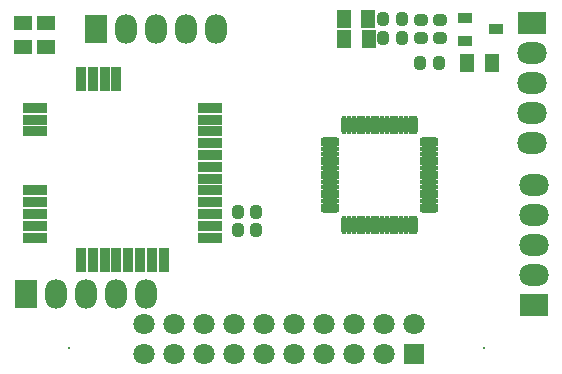
<source format=gts>
G04*
G04 #@! TF.GenerationSoftware,Altium Limited,Altium Designer,20.1.11 (218)*
G04*
G04 Layer_Color=8388736*
%FSTAX24Y24*%
%MOIN*%
G70*
G04*
G04 #@! TF.SameCoordinates,E2051E8E-EE30-42B2-978D-12B425F2BF15*
G04*
G04*
G04 #@! TF.FilePolarity,Negative*
G04*
G01*
G75*
%ADD29O,0.0178X0.0631*%
%ADD30O,0.0631X0.0178*%
%ADD31R,0.0480X0.0380*%
G04:AMPARAMS|DCode=32|XSize=45mil|YSize=37mil|CornerRadius=11.3mil|HoleSize=0mil|Usage=FLASHONLY|Rotation=0.000|XOffset=0mil|YOffset=0mil|HoleType=Round|Shape=RoundedRectangle|*
%AMROUNDEDRECTD32*
21,1,0.0450,0.0145,0,0,0.0*
21,1,0.0225,0.0370,0,0,0.0*
1,1,0.0225,0.0113,-0.0073*
1,1,0.0225,-0.0113,-0.0073*
1,1,0.0225,-0.0113,0.0073*
1,1,0.0225,0.0113,0.0073*
%
%ADD32ROUNDEDRECTD32*%
G04:AMPARAMS|DCode=33|XSize=45mil|YSize=37mil|CornerRadius=11.3mil|HoleSize=0mil|Usage=FLASHONLY|Rotation=270.000|XOffset=0mil|YOffset=0mil|HoleType=Round|Shape=RoundedRectangle|*
%AMROUNDEDRECTD33*
21,1,0.0450,0.0145,0,0,270.0*
21,1,0.0225,0.0370,0,0,270.0*
1,1,0.0225,-0.0073,-0.0113*
1,1,0.0225,-0.0073,0.0113*
1,1,0.0225,0.0073,0.0113*
1,1,0.0225,0.0073,-0.0113*
%
%ADD33ROUNDEDRECTD33*%
%ADD34R,0.0789X0.0356*%
%ADD35R,0.0356X0.0789*%
%ADD36R,0.0474X0.0630*%
%ADD37R,0.0630X0.0474*%
%ADD38O,0.0980X0.0730*%
%ADD39R,0.0980X0.0730*%
%ADD40O,0.0730X0.0980*%
%ADD41R,0.0730X0.0980*%
%ADD42R,0.0710X0.0710*%
%ADD43C,0.0710*%
%ADD44C,0.0080*%
D29*
X060423Y028917D02*
D03*
X060581D02*
D03*
X060738D02*
D03*
X060896D02*
D03*
X061053D02*
D03*
X061211D02*
D03*
X061368D02*
D03*
X061526D02*
D03*
X061683D02*
D03*
X061841D02*
D03*
X061998D02*
D03*
X062156D02*
D03*
X062313D02*
D03*
X06247D02*
D03*
X062628D02*
D03*
X062785D02*
D03*
Y032224D02*
D03*
X062628D02*
D03*
X06247D02*
D03*
X062313D02*
D03*
X062156D02*
D03*
X061998D02*
D03*
X061841D02*
D03*
X061683D02*
D03*
X061526D02*
D03*
X061368D02*
D03*
X061211D02*
D03*
X061053D02*
D03*
X060896D02*
D03*
X060738D02*
D03*
X060581D02*
D03*
X060423D02*
D03*
D30*
X063258Y02939D02*
D03*
Y029547D02*
D03*
Y029705D02*
D03*
Y029862D02*
D03*
Y03002D02*
D03*
Y030177D02*
D03*
Y030335D02*
D03*
Y030492D02*
D03*
Y03065D02*
D03*
Y030807D02*
D03*
Y030965D02*
D03*
Y031122D02*
D03*
Y03128D02*
D03*
Y031437D02*
D03*
Y031594D02*
D03*
Y031752D02*
D03*
X059951D02*
D03*
Y031594D02*
D03*
Y031437D02*
D03*
Y03128D02*
D03*
Y031122D02*
D03*
Y030965D02*
D03*
Y030807D02*
D03*
Y03065D02*
D03*
Y030492D02*
D03*
Y030335D02*
D03*
Y030177D02*
D03*
Y03002D02*
D03*
Y029862D02*
D03*
Y029705D02*
D03*
Y029547D02*
D03*
Y02939D02*
D03*
D31*
X064441Y035045D02*
D03*
X065481Y035431D02*
D03*
X064441Y035803D02*
D03*
D32*
X063602Y035133D02*
D03*
Y035753D02*
D03*
X062982Y035743D02*
D03*
Y035123D02*
D03*
D33*
X062958Y034291D02*
D03*
X062347Y035128D02*
D03*
X061727D02*
D03*
X062347Y035768D02*
D03*
X061727D02*
D03*
X063578Y034291D02*
D03*
X056865Y02875D02*
D03*
X057485D02*
D03*
X056865Y029341D02*
D03*
X057485D02*
D03*
D34*
X055935Y030059D02*
D03*
Y030453D02*
D03*
Y029665D02*
D03*
Y028878D02*
D03*
Y029272D02*
D03*
Y030846D02*
D03*
Y032421D02*
D03*
Y032815D02*
D03*
Y032028D02*
D03*
Y03124D02*
D03*
Y031634D02*
D03*
Y028484D02*
D03*
X050108D02*
D03*
Y028878D02*
D03*
Y029665D02*
D03*
Y029272D02*
D03*
Y030059D02*
D03*
Y032421D02*
D03*
Y032028D02*
D03*
Y032815D02*
D03*
D35*
X053218Y027736D02*
D03*
X053612D02*
D03*
X052825D02*
D03*
X052037D02*
D03*
X052431D02*
D03*
X054006D02*
D03*
X0544D02*
D03*
X051644D02*
D03*
X052037Y03376D02*
D03*
X051644D02*
D03*
X052431D02*
D03*
X052825D02*
D03*
D36*
X064508Y034311D02*
D03*
X065335D02*
D03*
X06122Y035787D02*
D03*
X060394D02*
D03*
X06124Y035108D02*
D03*
X060413D02*
D03*
D37*
X050492Y03565D02*
D03*
Y034823D02*
D03*
X049705Y03565D02*
D03*
Y034823D02*
D03*
D38*
X066693Y03163D02*
D03*
Y03463D02*
D03*
Y03363D02*
D03*
Y03263D02*
D03*
X066732Y030244D02*
D03*
Y027244D02*
D03*
Y028244D02*
D03*
Y029244D02*
D03*
D39*
X066693Y03563D02*
D03*
X066732Y026244D02*
D03*
D40*
X053827Y026614D02*
D03*
X050827D02*
D03*
X051827D02*
D03*
X052827D02*
D03*
X05615Y035433D02*
D03*
X05315D02*
D03*
X05415D02*
D03*
X05515D02*
D03*
D41*
X049827Y026614D02*
D03*
X05215Y035433D02*
D03*
D42*
X06276Y024591D02*
D03*
D43*
X06176D02*
D03*
X06076D02*
D03*
X05976D02*
D03*
X05876D02*
D03*
X05776D02*
D03*
X05676D02*
D03*
X05576D02*
D03*
X05476D02*
D03*
X05376D02*
D03*
Y025591D02*
D03*
X05476D02*
D03*
X05576D02*
D03*
X05676D02*
D03*
X05776D02*
D03*
X05876D02*
D03*
X05976D02*
D03*
X06076D02*
D03*
X06176D02*
D03*
X06276D02*
D03*
D44*
X051234Y024803D02*
D03*
X065092D02*
D03*
X051234D02*
D03*
X065092D02*
D03*
X051234D02*
D03*
X065092D02*
D03*
M02*

</source>
